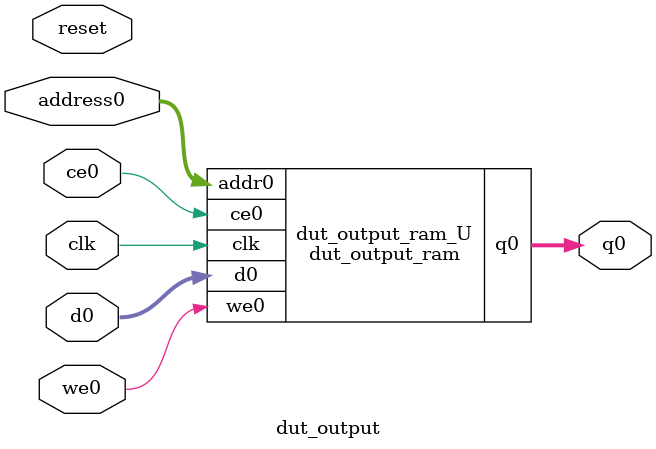
<source format=v>
`timescale 1 ns / 1 ps
module dut_output_ram (addr0, ce0, d0, we0, q0,  clk);

parameter DWIDTH = 20;
parameter AWIDTH = 13;
parameter MEM_SIZE = 8192;

input[AWIDTH-1:0] addr0;
input ce0;
input[DWIDTH-1:0] d0;
input we0;
output reg[DWIDTH-1:0] q0;
input clk;

(* ram_style = "block" *)reg [DWIDTH-1:0] ram[0:MEM_SIZE-1];




always @(posedge clk)  
begin 
    if (ce0) begin
        if (we0) 
            ram[addr0] <= d0; 
        q0 <= ram[addr0];
    end
end


endmodule

`timescale 1 ns / 1 ps
module dut_output(
    reset,
    clk,
    address0,
    ce0,
    we0,
    d0,
    q0);

parameter DataWidth = 32'd20;
parameter AddressRange = 32'd8192;
parameter AddressWidth = 32'd13;
input reset;
input clk;
input[AddressWidth - 1:0] address0;
input ce0;
input we0;
input[DataWidth - 1:0] d0;
output[DataWidth - 1:0] q0;



dut_output_ram dut_output_ram_U(
    .clk( clk ),
    .addr0( address0 ),
    .ce0( ce0 ),
    .we0( we0 ),
    .d0( d0 ),
    .q0( q0 ));

endmodule


</source>
